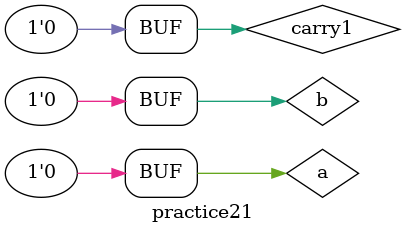
<source format=v>
`timescale 1ns / 1ps


module practice21;

	// Inputs
	reg a;
	reg b;
	reg carry1;

	// Outputs
	wire out;
	wire carry2;

	// Instantiate the Unit Under Test (UUT)
	practice1 uut (
		.a(a), 
		.b(b), 
		.carry1(carry1), 
		.out(out), 
		.carry2(carry2)
	);

	initial begin
		// Initialize Inputs
		a = 0;
		b = 0;
		carry1 = 0;

		// Wait 100 ns for global reset to finish
		#100;
        
		// Add stimulus here

	end
      
endmodule


</source>
